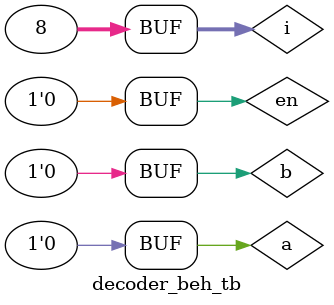
<source format=v>
module decoder_beh(en, a, b, y);
    input a, b, en;
    output reg [3:0] y;
    always @ (en or a or b)
        begin
            if (en)
                begin
                    case ({a, b})
                        2'b00: y = 4'b0001;
                        2'b01: y = 4'b0010;
                        2'b10: y = 4'b0100;
                        2'b11: y = 4'b1000;
                    endcase
                end
            else
                y = 4'b0000;
        end
endmodule

module decoder_beh_tb;
    reg en, a, b;
    wire [3:0] y;
    integer i;
    decoder_beh tb(en, a, b, y);
    initial begin
        for (i=3'b0;i<8;i=i+1)
            begin
                {en, a, b} = i; #10;
            end
        {en, a, b} = 3'b0;
    end
endmodule

</source>
